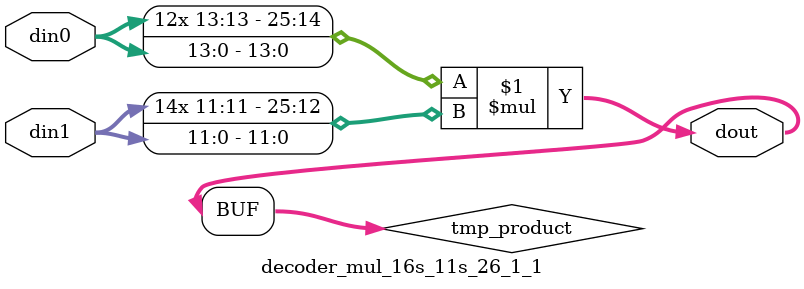
<source format=v>

`timescale 1 ns / 1 ps

 module decoder_mul_16s_11s_26_1_1(din0, din1, dout);
parameter ID = 1;
parameter NUM_STAGE = 0;
parameter din0_WIDTH = 14;
parameter din1_WIDTH = 12;
parameter dout_WIDTH = 26;

input [din0_WIDTH - 1 : 0] din0; 
input [din1_WIDTH - 1 : 0] din1; 
output [dout_WIDTH - 1 : 0] dout;

wire signed [dout_WIDTH - 1 : 0] tmp_product;



























assign tmp_product = $signed(din0) * $signed(din1);








assign dout = tmp_product;





















endmodule

</source>
